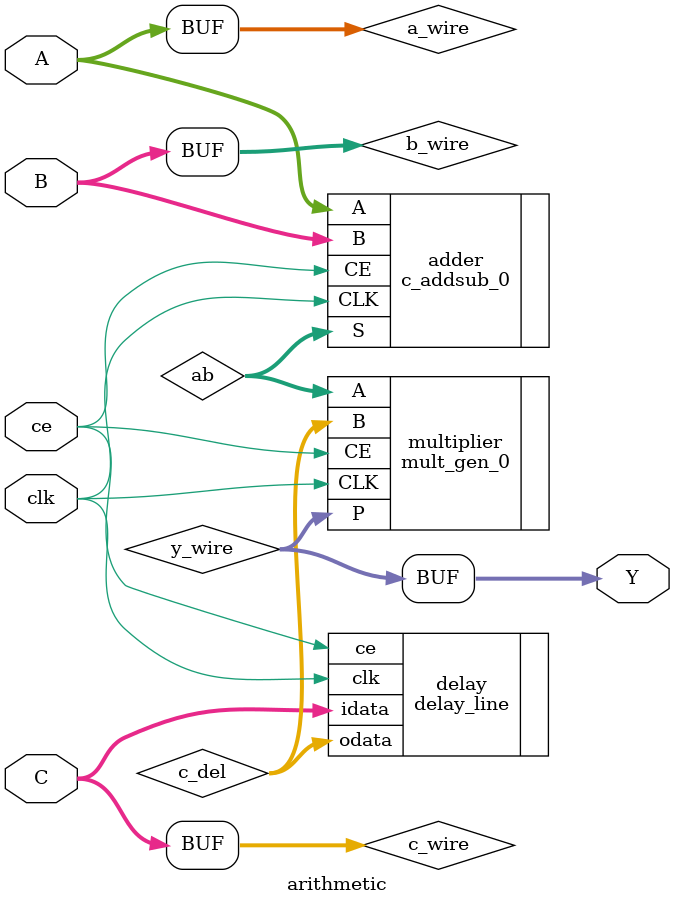
<source format=v>
`timescale 1ns / 1ps


module arithmetic(
    input clk,
    input ce,
    input [6:0]A,
    input [6:0]B,
    input [6:0]C,
    output [14:0]Y
    );
wire signed [6:0] a_wire;
wire signed [6:0] b_wire;
wire signed [6:0] c_wire;
wire signed [6:0] c_del;
wire signed [7:0] ab;
wire signed [14:0] y_wire;

assign a_wire=A;
assign b_wire=B;
assign c_wire=C;
//latency=2
c_addsub_0 adder
(
.A(a_wire),
.B(b_wire),
.CLK(clk),
.CE(ce),
.S(ab)
);

//latency=2
delay_line
#(
.N(7),
.DELAY(2)
)
delay
(
.idata(c_wire),
.clk(clk),
.ce(ce),
.odata(c_del)
);

//latency=3
mult_gen_0 multiplier
(
.A(ab),
.B(c_del),
.CLK(clk),
.CE(ce),
.P(y_wire)
);
assign Y=y_wire;

endmodule

</source>
